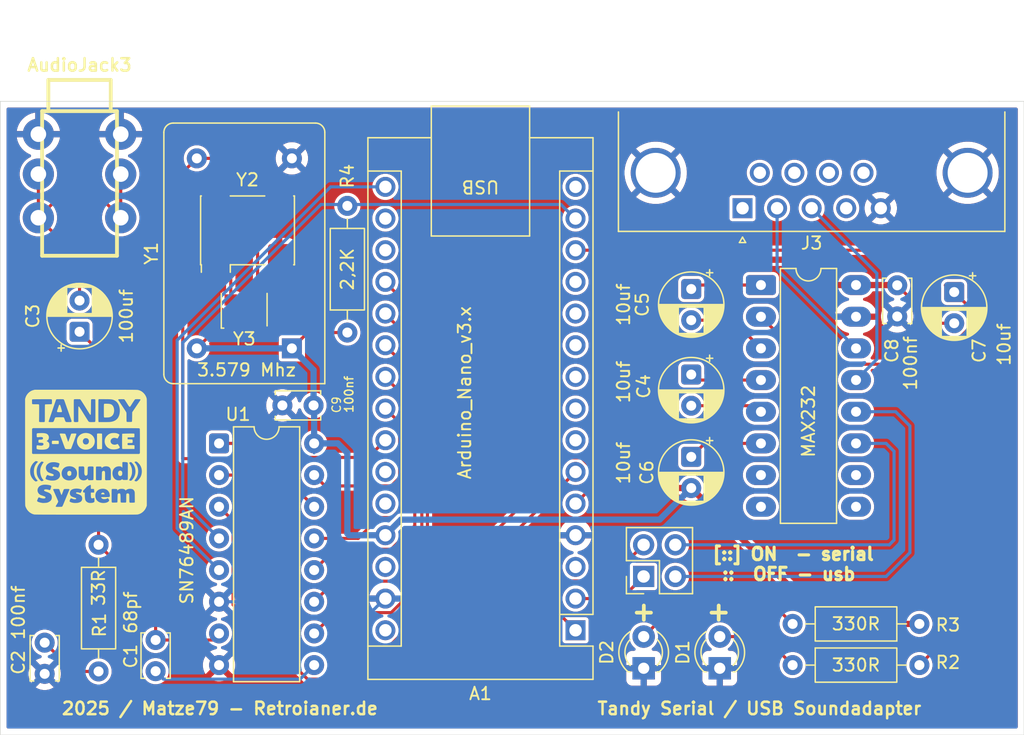
<source format=kicad_pcb>
(kicad_pcb (version 20241229) (generator "pcbnew") (generator_version "9.0")
  (layers (0 "F.Cu" signal) (2 "B.Cu" signal) (13 "F.Paste" user) (15 "B.Paste" user) (5 "F.SilkS" user "F.Silkscreen") (7 "B.SilkS" user "B.Silkscreen") (1 "F.Mask" user) (3 "B.Mask" user) (25 "Edge.Cuts" user))
  (net 0 "")
  (net 1 "/D1")
  (net 4 "/RDY")
  (net 6 "GND")
  (net 9 "/D0")
  (net 11 "VCC")
  (net 14 "/D7")
  (net 16 "/D4")
  (net 18 "/D2")
  (net 20 "/D3")
  (net 21 "/D5")
  (net 23 "/D6")
  (net 24 "/WE")
  (net 25 "Net-(U1-SND)")
  (net 26 "Net-(U1-NC)")
  (net 27 "Net-(C2-Pad2)")
  (net 28 "Net-(C3-Pad2)")
  (net 29 "Net-(D1-A)")
  (net 30 "/CLK")
  (net 31 "/RX")
  (net 32 "/TX")
  (net 33 "Net-(D2-A)")
  (net 34 "/LED")
  (net 35 "Net-(U2-C2-)")
  (net 36 "Net-(U2-C2+)")
  (net 37 "Net-(U2-C1-)")
  (net 38 "Net-(U2-C1+)")
  (net 39 "Net-(U2-VS-)")
  (net 40 "Net-(U2-VS+)")
  (net 46 "Net-(U2-T1OUT)")
  (net 48 "Net-(U2-R1IN)")
  (net 53 "Net-(RS232/USB1-Pin_3)")
  (net 54 "Net-(RS232/USB1-Pin_4)")
  (footprint "Connector_Dsub:DSUB-9_Socket_Horizontal_P2.77x2.84mm_EdgePinOffset4.94mm_Housed_MountingHolesOffset4.94mm" (layer "F.Cu") (at 94.536 72.070331 180)
    (property "Reference" "J3" (at -5.54 -2.8 0) (layer "F.SilkS"))
    (property "Value" "DE9_Socket_MountingHoles")
    (pad "0" thru_hole circle (at -18.04 2.84 180) (size 4 4) (drill 3.2) (layers "*.Cu" "*.Mask") (net 6 "GND"))
    (pad "0" thru_hole circle (at 6.96 2.84 180) (size 4 4) (drill 3.2) (layers "*.Cu" "*.Mask") (net 6 "GND"))
    (pad "1" thru_hole rect (at 0 0 180) (size 1.6 1.6) (drill 1) (layers "*.Cu" "*.Mask"))
    (pad "2" thru_hole circle (at -2.77 0 180) (size 1.6 1.6) (drill 1) (layers "*.Cu" "*.Mask") (net 46 "Net-(U2-T1OUT)"))
    (pad "3" thru_hole circle (at -5.54 0 180) (size 1.6 1.6) (drill 1) (layers "*.Cu" "*.Mask") (net 48 "Net-(U2-R1IN)"))
    (pad "4" thru_hole circle (at -8.31 0 180) (size 1.6 1.6) (drill 1) (layers "*.Cu" "*.Mask"))
    (pad "5" thru_hole circle (at -11.08 0 180) (size 1.6 1.6) (drill 1) (layers "*.Cu" "*.Mask") (net 6 "GND"))
    (pad "6" thru_hole circle (at -1.385 2.84 180) (size 1.6 1.6) (drill 1) (layers "*.Cu" "*.Mask"))
    (pad "7" thru_hole circle (at -4.155 2.84 180) (size 1.6 1.6) (drill 1) (layers "*.Cu" "*.Mask"))
    (pad "8" thru_hole circle (at -6.925 2.84 180) (size 1.6 1.6) (drill 1) (layers "*.Cu" "*.Mask"))
    (pad "9" thru_hole circle (at -9.695 2.84 180) (size 1.6 1.6) (drill 1) (layers "*.Cu" "*.Mask"))
  )
  (footprint "LOGO" (layer "F.Cu") (at 41.91 91.694)
    (property "Reference" "G***" (hide yes))
    (property "Value" "LOGO" (hide yes))
  )
  (footprint "LED_THT:LED_D3.0mm" (layer "F.Cu") (at 92.71 108.966 90)
    (property "Reference" "D1" (at 1.27 -2.96 90) (layer "F.SilkS"))
    (property "Value" "LED" (hide yes))
    (pad "1" thru_hole rect (at 0 0 90) (size 1.8 1.8) (drill 0.9) (layers "*.Cu" "*.Mask") (net 6 "GND"))
    (pad "2" thru_hole circle (at 2.54 0 90) (size 1.8 1.8) (drill 0.9) (layers "*.Cu" "*.Mask") (net 29 "Net-(D1-A)"))
  )
  (footprint "LED_THT:LED_D3.0mm" (layer "F.Cu") (at 86.614 108.966 90)
    (property "Reference" "D2" (at 1.27 -2.96 90) (layer "F.SilkS"))
    (property "Value" "LED" (hide yes))
    (pad "1" thru_hole rect (at 0 0 90) (size 1.8 1.8) (drill 0.9) (layers "*.Cu" "*.Mask") (net 6 "GND"))
    (pad "2" thru_hole circle (at 2.54 0 90) (size 1.8 1.8) (drill 0.9) (layers "*.Cu" "*.Mask") (net 33 "Net-(D2-A)"))
  )
  (footprint "Oscillator:Oscillator_SMD_SeikoEpson_SG8002CA-4Pin_7.0x5.0mm" (layer "F.Cu") (at 54.864 73.846)
    (property "Reference" "Y2" (at 0 -4.05 0) (layer "F.SilkS"))
    (property "Value" "SG-7050CCN" (hide yes))
    (pad "1" smd roundrect (at -2.54 2.1) (size 1.8 2) (layers "F.Cu" "F.Mask" "F.Paste") (roundrect_rratio 0.138889) (net 11 "VCC"))
    (pad "2" smd roundrect (at 2.54 2.1) (size 1.8 2) (layers "F.Cu" "F.Mask" "F.Paste") (roundrect_rratio 0.138889) (net 6 "GND"))
    (pad "3" smd roundrect (at 2.54 -2.1) (size 1.8 2) (layers "F.Cu" "F.Mask" "F.Paste") (roundrect_rratio 0.138889) (net 30 "/CLK"))
    (pad "4" smd roundrect (at -2.54 -2.1) (size 1.8 2) (layers "F.Cu" "F.Mask" "F.Paste") (roundrect_rratio 0.138889) (net 11 "VCC"))
  )
  (footprint "Capacitor_THT:C_Disc_D3.4mm_W2.1mm_P2.50mm" (layer "F.Cu") (at 57.658 87.884)
    (property "Reference" "C9" (hide yes))
    (property "Value" "100nf" (at 5.342 -0.884 90) (layer "F.SilkS") (effects (font (size 0.68 0.68) (thickness 0.12) (bold yes))))
    (fp_text user "${REFERENCE}" (at 4.342 -0.047476 90) (layer "F.SilkS") (effects (font (size 0.68 0.68) (thickness 0.102))))
    (pad "1" thru_hole circle (at 0 0) (size 1.6 1.6) (drill 0.8) (layers "*.Cu" "*.Mask") (net 6 "GND"))
    (pad "2" thru_hole circle (at 2.5 0) (size 1.6 1.6) (drill 0.8) (layers "*.Cu" "*.Mask") (net 11 "VCC"))
  )
  (footprint "Capacitor_THT:CP_Radial_D5.0mm_P2.50mm" (layer "F.Cu") (at 90.424 92.012888 -90)
    (property "Reference" "C6" (at 1.25 3.556 90) (layer "F.SilkS"))
    (property "Value" "10uf" (at 0.487112 5.424 90) (layer "F.SilkS"))
    (pad "1" thru_hole roundrect (at 0 0 270) (size 1.6 1.6) (drill 0.8) (layers "*.Cu" "*.Mask") (roundrect_rratio 0.15625) (net 39 "Net-(U2-VS-)"))
    (pad "2" thru_hole circle (at 2.5 0 270) (size 1.6 1.6) (drill 0.8) (layers "*.Cu" "*.Mask") (net 11 "VCC"))
  )
  (footprint "Capacitor_THT:C_Disc_D3.4mm_W2.1mm_P2.50mm" (layer "F.Cu") (at 106.934 80.752 90)
    (property "Reference" "C8" (at -2.748 -0.434 90) (layer "F.SilkS"))
    (property "Value" "100nf" (at -3.748 1.066 90) (layer "F.SilkS"))
    (pad "1" thru_hole circle (at 0 0 90) (size 1.6 1.6) (drill 0.8) (layers "*.Cu" "*.Mask") (net 6 "GND"))
    (pad "2" thru_hole circle (at 2.5 0 90) (size 1.6 1.6) (drill 0.8) (layers "*.Cu" "*.Mask") (net 11 "VCC"))
  )
  (footprint "Resistor_THT:R_Axial_DIN0207_L6.3mm_D2.5mm_P10.16mm_Horizontal" (layer "F.Cu") (at 62.865 82.042 90)
    (property "Reference" "R4" (hide yes))
    (property "Value" "2,2K" (at 5.08 0 90) (layer "F.SilkS"))
    (fp_text user "${REFERENCE}" (at 12.542 0 90) (layer "F.SilkS"))
    (pad "1" thru_hole circle (at 0 0 90) (size 1.6 1.6) (drill 0.8) (layers "*.Cu" "*.Mask") (net 11 "VCC"))
    (pad "2" thru_hole circle (at 10.16 0 90) (size 1.6 1.6) (drill 0.8) (layers "*.Cu" "*.Mask") (net 4 "/RDY"))
  )
  (footprint "Capacitor_THT:CP_Radial_D5.0mm_P2.50mm" (layer "F.Cu") (at 111.5 78.794887 -90)
    (property "Reference" "C7" (at 4.705113 -2 270) (layer "F.SilkS"))
    (property "Value" "10uf" (at 4.205113 -4 270) (layer "F.SilkS"))
    (pad "1" thru_hole roundrect (at 0 0 270) (size 1.6 1.6) (drill 0.8) (layers "*.Cu" "*.Mask") (roundrect_rratio 0.15625) (net 40 "Net-(U2-VS+)"))
    (pad "2" thru_hole circle (at 2.5 0 270) (size 1.6 1.6) (drill 0.8) (layers "*.Cu" "*.Mask") (net 11 "VCC"))
  )
  (footprint "Capacitor_THT:C_Disc_D3.4mm_W2.1mm_P2.50mm" (layer "F.Cu") (at 38.608 109.414 90)
    (property "Reference" "C2" (at 0.914 -2.108 90) (layer "F.SilkS"))
    (property "Value" "100nf" (at 4.914 -2.108 90) (layer "F.SilkS"))
    (pad "1" thru_hole circle (at 0 0 90) (size 1.6 1.6) (drill 0.8) (layers "*.Cu" "*.Mask") (net 6 "GND"))
    (pad "2" thru_hole circle (at 2.5 0 90) (size 1.6 1.6) (drill 0.8) (layers "*.Cu" "*.Mask") (net 27 "Net-(C2-Pad2)"))
  )
  (footprint "Package_DIP:DIP-16_W7.62mm" (layer "F.Cu") (at 52.583 90.932)
    (property "Reference" "U1" (at 1.519 -2.33 0) (layer "F.SilkS"))
    (property "Value" "SN76489AN" (at -2.583 8.568 90) (layer "F.SilkS"))
    (pad "1" thru_hole roundrect (at 0 0) (size 1.6 1.6) (drill 0.8) (layers "*.Cu" "*.Mask") (roundrect_rratio 0.15625) (net 21 "/D5"))
    (pad "2" thru_hole circle (at 0 2.54) (size 1.6 1.6) (drill 0.8) (layers "*.Cu" "*.Mask") (net 23 "/D6"))
    (pad "3" thru_hole circle (at 0 5.08) (size 1.6 1.6) (drill 0.8) (layers "*.Cu" "*.Mask") (net 14 "/D7"))
    (pad "4" thru_hole circle (at 0 7.62) (size 1.6 1.6) (drill 0.8) (layers "*.Cu" "*.Mask") (net 4 "/RDY"))
    (pad "5" thru_hole circle (at 0 10.16) (size 1.6 1.6) (drill 0.8) (layers "*.Cu" "*.Mask") (net 24 "/WE"))
    (pad "6" thru_hole circle (at 0 12.7) (size 1.6 1.6) (drill 0.8) (layers "*.Cu" "*.Mask") (net 6 "GND"))
    (pad "7" thru_hole circle (at 0 15.24) (size 1.6 1.6) (drill 0.8) (layers "*.Cu" "*.Mask") (net 25 "Net-(U1-SND)"))
    (pad "8" thru_hole circle (at 0 17.78) (size 1.6 1.6) (drill 0.8) (layers "*.Cu" "*.Mask") (net 6 "GND"))
    (pad "9" thru_hole circle (at 7.62 17.78) (size 1.6 1.6) (drill 0.8) (layers "*.Cu" "*.Mask") (net 26 "Net-(U1-NC)"))
    (pad "10" thru_hole circle (at 7.62 15.24) (size 1.6 1.6) (drill 0.8) (layers "*.Cu" "*.Mask") (net 9 "/D0"))
    (pad "11" thru_hole circle (at 7.62 12.7) (size 1.6 1.6) (drill 0.8) (layers "*.Cu" "*.Mask") (net 1 "/D1"))
    (pad "12" thru_hole circle (at 7.62 10.16) (size 1.6 1.6) (drill 0.8) (layers "*.Cu" "*.Mask") (net 18 "/D2"))
    (pad "13" thru_hole circle (at 7.62 7.62) (size 1.6 1.6) (drill 0.8) (layers "*.Cu" "*.Mask") (net 20 "/D3"))
    (pad "14" thru_hole circle (at 7.62 5.08) (size 1.6 1.6) (drill 0.8) (layers "*.Cu" "*.Mask") (net 30 "/CLK"))
    (pad "15" thru_hole circle (at 7.62 2.54) (size 1.6 1.6) (drill 0.8) (layers "*.Cu" "*.Mask") (net 16 "/D4"))
    (pad "16" thru_hole circle (at 7.62 0) (size 1.6 1.6) (drill 0.8) (layers "*.Cu" "*.Mask") (net 11 "VCC"))
  )
  (footprint "Connector_PinHeader_2.54mm:PinHeader_2x02_P2.54mm_Vertical" (layer "F.Cu") (at 86.609 101.605 90)
    (property "Reference" "RS232/USB1" (hide yes))
    (property "Value" "Conn_02x02_Counter_Clockwise" (hide yes))
    (pad "1" thru_hole rect (at 0 0 90) (size 1.7 1.7) (drill 1) (layers "*.Cu" "*.Mask") (net 31 "/RX"))
    (pad "2" thru_hole circle (at 2.54 0 90) (size 1.7 1.7) (drill 1) (layers "*.Cu" "*.Mask") (net 32 "/TX"))
    (pad "3" thru_hole circle (at 0 2.54 90) (size 1.7 1.7) (drill 1) (layers "*.Cu" "*.Mask") (net 53 "Net-(RS232/USB1-Pin_3)"))
    (pad "4" thru_hole circle (at 2.54 2.54 90) (size 1.7 1.7) (drill 1) (layers "*.Cu" "*.Mask") (net 54 "Net-(RS232/USB1-Pin_4)"))
  )
  (footprint "Oscillator:Oscillator_SMD_EuroQuartz_XO32-4Pin_3.2x2.5mm" (layer "F.Cu") (at 54.597 80.205 90)
    (property "Reference" "Y3" (at -2.345 0.013 180) (layer "F.SilkS"))
    (property "Value" "XO32" (hide yes))
    (pad "1" smd rect (at -0.775 -1.075) (size 1 0.9) (layers "F.Cu" "F.Mask" "F.Paste") (net 11 "VCC"))
    (pad "2" smd rect (at -0.775 1.075) (size 1 0.9) (layers "F.Cu" "F.Mask" "F.Paste") (net 6 "GND"))
    (pad "3" smd rect (at 0.775 1.075) (size 1 0.9) (layers "F.Cu" "F.Mask" "F.Paste") (net 30 "/CLK"))
    (pad "4" smd rect (at 0.775 -1.075) (size 1 0.9) (layers "F.Cu" "F.Mask" "F.Paste") (net 11 "VCC"))
  )
  (footprint "Capacitor_THT:CP_Radial_D5.0mm_P2.50mm" (layer "F.Cu") (at 90.424 78.550888 -90)
    (property "Reference" "C5" (at 1.25 3.924 90) (layer "F.SilkS"))
    (property "Value" "10uf" (at 1.25 5.424 90) (layer "F.SilkS"))
    (pad "1" thru_hole roundrect (at 0 0 270) (size 1.6 1.6) (drill 0.8) (layers "*.Cu" "*.Mask") (roundrect_rratio 0.15625) (net 38 "Net-(U2-C1+)"))
    (pad "2" thru_hole circle (at 2.5 0 270) (size 1.6 1.6) (drill 0.8) (layers "*.Cu" "*.Mask") (net 37 "Net-(U2-C1-)"))
  )
  (footprint "Module:Arduino_Nano" (layer "F.Cu") (at 81.153 105.918 180)
    (property "Reference" "A1" (at 7.62 -5.08 0) (layer "F.SilkS"))
    (property "Value" "Arduino_Nano_v3.x" (at 8.89 19.05 90) (layer "F.SilkS"))
    (fp_text user "USB" (at 7.62 35.56 180) (layer "F.SilkS"))
    (pad "1" thru_hole rect (at 0 0 180) (size 1.6 1.6) (drill 1) (layers "*.Cu" "*.Mask") (net 32 "/TX"))
    (pad "2" thru_hole oval (at 0 2.54 180) (size 1.6 1.6) (drill 1) (layers "*.Cu" "*.Mask") (net 31 "/RX"))
    (pad "3" thru_hole oval (at 0 5.08 180) (size 1.6 1.6) (drill 1) (layers "*.Cu" "*.Mask"))
    (pad "4" thru_hole oval (at 0 7.62 180) (size 1.6 1.6) (drill 1) (layers "*.Cu" "*.Mask") (net 6 "GND"))
    (pad "5" thru_hole oval (at 0 10.16 180) (size 1.6 1.6) (drill 1) (layers "*.Cu" "*.Mask") (net 23 "/D6"))
    (pad "6" thru_hole oval (at 0 12.7 180) (size 1.6 1.6) (drill 1) (layers "*.Cu" "*.Mask") (net 14 "/D7"))
    (pad "7" thru_hole oval (at 0 15.24 180) (size 1.6 1.6) (drill 1) (layers "*.Cu" "*.Mask"))
    (pad "8" thru_hole oval (at 0 17.78 180) (size 1.6 1.6) (drill 1) (layers "*.Cu" "*.Mask"))
    (pad "9" thru_hole oval (at 0 20.32 180) (size 1.6 1.6) (drill 1) (layers "*.Cu" "*.Mask"))
    (pad "10" thru_hole oval (at 0 22.86 180) (size 1.6 1.6) (drill 1) (layers "*.Cu" "*.Mask"))
    (pad "11" thru_hole oval (at 0 25.4 180) (size 1.6 1.6) (drill 1) (layers "*.Cu" "*.Mask"))
    (pad "12" thru_hole oval (at 0 27.94 180) (size 1.6 1.6) (drill 1) (layers "*.Cu" "*.Mask"))
    (pad "13" thru_hole oval (at 0 30.48 180) (size 1.6 1.6) (drill 1) (layers "*.Cu" "*.Mask") (net 34 "/LED"))
    (pad "14" thru_hole oval (at 0 33.02 180) (size 1.6 1.6) (drill 1) (layers "*.Cu" "*.Mask") (net 4 "/RDY"))
    (pad "15" thru_hole oval (at 0 35.56 180) (size 1.6 1.6) (drill 1) (layers "*.Cu" "*.Mask"))
    (pad "16" thru_hole oval (at 15.24 35.56 180) (size 1.6 1.6) (drill 1) (layers "*.Cu" "*.Mask") (net 24 "/WE"))
    (pad "17" thru_hole oval (at 15.24 33.02 180) (size 1.6 1.6) (drill 1) (layers "*.Cu" "*.Mask"))
    (pad "18" thru_hole oval (at 15.24 30.48 180) (size 1.6 1.6) (drill 1) (layers "*.Cu" "*.Mask"))
    (pad "19" thru_hole oval (at 15.24 27.94 180) (size 1.6 1.6) (drill 1) (layers "*.Cu" "*.Mask") (net 9 "/D0"))
    (pad "20" thru_hole oval (at 15.24 25.4 180) (size 1.6 1.6) (drill 1) (layers "*.Cu" "*.Mask") (net 1 "/D1"))
    (pad "21" thru_hole oval (at 15.24 22.86 180) (size 1.6 1.6) (drill 1) (layers "*.Cu" "*.Mask") (net 18 "/D2"))
    (pad "22" thru_hole oval (at 15.24 20.32 180) (size 1.6 1.6) (drill 1) (layers "*.Cu" "*.Mask") (net 20 "/D3"))
    (pad "23" thru_hole oval (at 15.24 17.78 180) (size 1.6 1.6) (drill 1) (layers "*.Cu" "*.Mask") (net 16 "/D4"))
    (pad "24" thru_hole oval (at 15.24 15.24 180) (size 1.6 1.6) (drill 1) (layers "*.Cu" "*.Mask") (net 21 "/D5"))
    (pad "25" thru_hole oval (at 15.24 12.7 180) (size 1.6 1.6) (drill 1) (layers "*.Cu" "*.Mask"))
    (pad "26" thru_hole oval (at 15.24 10.16 180) (size 1.6 1.6) (drill 1) (layers "*.Cu" "*.Mask"))
    (pad "27" thru_hole oval (at 15.24 7.62 180) (size 1.6 1.6) (drill 1) (layers "*.Cu" "*.Mask") (net 11 "VCC"))
    (pad "28" thru_hole oval (at 15.24 5.08 180) (size 1.6 1.6) (drill 1) (layers "*.Cu" "*.Mask"))
    (pad "29" thru_hole oval (at 15.24 2.54 180) (size 1.6 1.6) (drill 1) (layers "*.Cu" "*.Mask") (net 6 "GND"))
    (pad "30" thru_hole oval (at 15.24 0 180) (size 1.6 1.6) (drill 1) (layers "*.Cu" "*.Mask"))
  )
  (footprint "Oscillator:Oscillator_DIP-14" (layer "F.Cu") (at 58.42 83.312 90)
    (property "Reference" "Y1" (at 7.62 -11.26 90) (layer "F.SilkS"))
    (property "Value" "3.579 Mhz" (at -1.73 -3.635 180) (layer "F.SilkS"))
    (pad "1" thru_hole rect (at 0 0 90) (size 1.6 1.6) (drill 0.8) (layers "*.Cu" "*.Mask") (net 11 "VCC"))
    (pad "7" thru_hole circle (at 15.24 0 90) (size 1.6 1.6) (drill 0.8) (layers "*.Cu" "*.Mask") (net 6 "GND"))
    (pad "8" thru_hole circle (at 15.24 -7.62 90) (size 1.6 1.6) (drill 0.8) (layers "*.Cu" "*.Mask") (net 30 "/CLK"))
    (pad "14" thru_hole circle (at 0 -7.62 90) (size 1.6 1.6) (drill 0.8) (layers "*.Cu" "*.Mask") (net 11 "VCC"))
  )
  (footprint "Resistor_THT:R_Axial_DIN0207_L6.3mm_D2.5mm_P10.16mm_Horizontal" (layer "F.Cu") (at 108.712 105.41 180)
    (property "Reference" "R3" (hide yes))
    (property "Value" "330R" (at 5.08 0 0) (layer "F.SilkS"))
    (fp_text user "${REFERENCE}" (at -2.288 -0.09 0) (layer "F.SilkS"))
    (pad "1" thru_hole circle (at 0 0 180) (size 1.6 1.6) (drill 0.8) (layers "*.Cu" "*.Mask") (net 11 "VCC"))
    (pad "2" thru_hole circle (at 10.16 0 180) (size 1.6 1.6) (drill 0.8) (layers "*.Cu" "*.Mask") (net 33 "Net-(D2-A)"))
  )
  (footprint "Capacitor_THT:CP_Radial_D5.0mm_P2.50mm" (layer "F.Cu") (at 90.424 85.408888 -90)
    (property "Reference" "C4" (at 0.951112 3.81 90) (layer "F.SilkS"))
    (property "Value" "10uf" (at 0.591112 5.424 90) (layer "F.SilkS"))
    (pad "1" thru_hole roundrect (at 0 0 270) (size 1.6 1.6) (drill 0.8) (layers "*.Cu" "*.Mask") (roundrect_rratio 0.15625) (net 36 "Net-(U2-C2+)"))
    (pad "2" thru_hole circle (at 2.5 0 270) (size 1.6 1.6) (drill 0.8) (layers "*.Cu" "*.Mask") (net 35 "Net-(U2-C2-)"))
  )
  (footprint "Package_DIP:DIP-16_W7.62mm_LongPads" (layer "F.Cu") (at 96.012 78.232)
    (property "Reference" "U2" (hide yes))
    (property "Value" "MAX232" (at 3.81 10.922 90) (layer "F.SilkS"))
    (pad "1" thru_hole roundrect (at 0 0) (size 2.4 1.6) (drill 0.8) (layers "*.Cu" "*.Mask") (roundrect_rratio 0.15625) (net 38 "Net-(U2-C1+)"))
    (pad "2" thru_hole oval (at 0 2.54) (size 2.4 1.6) (drill 0.8) (layers "*.Cu" "*.Mask") (net 40 "Net-(U2-VS+)"))
    (pad "3" thru_hole oval (at 0 5.08) (size 2.4 1.6) (drill 0.8) (layers "*.Cu" "*.Mask") (net 37 "Net-(U2-C1-)"))
    (pad "4" thru_hole oval (at 0 7.62) (size 2.4 1.6) (drill 0.8) (layers "*.Cu" "*.Mask") (net 36 "Net-(U2-C2+)"))
    (pad "5" thru_hole oval (at 0 10.16) (size 2.4 1.6) (drill 0.8) (layers "*.Cu" "*.Mask") (net 35 "Net-(U2-C2-)"))
    (pad "6" thru_hole oval (at 0 12.7) (size 2.4 1.6) (drill 0.8) (layers "*.Cu" "*.Mask") (net 39 "Net-(U2-VS-)"))
    (pad "7" thru_hole oval (at 0 15.24) (size 2.4 1.6) (drill 0.8) (layers "*.Cu" "*.Mask"))
    (pad "8" thru_hole oval (at 0 17.78) (size 2.4 1.6) (drill 0.8) (layers "*.Cu" "*.Mask"))
    (pad "9" thru_hole oval (at 7.62 17.78) (size 2.4 1.6) (drill 0.8) (layers "*.Cu" "*.Mask"))
    (pad "10" thru_hole oval (at 7.62 15.24) (size 2.4 1.6) (drill 0.8) (layers "*.Cu" "*.Mask"))
    (pad "11" thru_hole oval (at 7.62 12.7) (size 2.4 1.6) (drill 0.8) (layers "*.Cu" "*.Mask") (net 54 "Net-(RS232/USB1-Pin_4)"))
    (pad "12" thru_hole oval (at 7.62 10.16) (size 2.4 1.6) (drill 0.8) (layers "*.Cu" "*.Mask") (net 53 "Net-(RS232/USB1-Pin_3)"))
    (pad "13" thru_hole oval (at 7.62 7.62) (size 2.4 1.6) (drill 0.8) (layers "*.Cu" "*.Mask") (net 48 "Net-(U2-R1IN)"))
    (pad "14" thru_hole oval (at 7.62 5.08) (size 2.4 1.6) (drill 0.8) (layers "*.Cu" "*.Mask") (net 46 "Net-(U2-T1OUT)"))
    (pad "15" thru_hole oval (at 7.62 2.54) (size 2.4 1.6) (drill 0.8) (layers "*.Cu" "*.Mask") (net 6 "GND"))
    (pad "16" thru_hole oval (at 7.62 0) (size 2.4 1.6) (drill 0.8) (layers "*.Cu" "*.Mask") (net 11 "VCC"))
  )
  (footprint "Resistor_THT:R_Axial_DIN0207_L6.3mm_D2.5mm_P10.16mm_Horizontal" (layer "F.Cu") (at 42.926 99.06 -90)
    (property "Reference" "R1" (at 6.44 -0.074 90) (layer "F.SilkS"))
    (property "Value" "33R" (at 3.44 0 90) (layer "F.SilkS"))
    (pad "1" thru_hole circle (at 0 0 270) (size 1.6 1.6) (drill 0.8) (layers "*.Cu" "*.Mask") (net 25 "Net-(U1-SND)"))
    (pad "2" thru_hole circle (at 10.16 0 270) (size 1.6 1.6) (drill 0.8) (layers "*.Cu" "*.Mask") (net 27 "Net-(C2-Pad2)"))
  )
  (footprint "Capacitor_THT:CP_Radial_D5.0mm_P2.50mm" (layer "F.Cu") (at 41.402 81.977113 90)
    (property "Reference" "C3" (at 1.25 -3.75 90) (layer "F.SilkS"))
    (property "Value" "100uf" (at 1.25 3.75 90) (layer "F.SilkS"))
    (pad "1" thru_hole roundrect (at 0 0 90) (size 1.6 1.6) (drill 0.8) (layers "*.Cu" "*.Mask") (roundrect_rratio 0.15625) (net 25 "Net-(U1-SND)"))
    (pad "2" thru_hole circle (at 2.5 0 90) (size 1.6 1.6) (drill 0.8) (layers "*.Cu" "*.Mask") (net 28 "Net-(C3-Pad2)"))
  )
  (footprint "Capacitor_THT:C_Disc_D3.4mm_W2.1mm_P2.50mm" (layer "F.Cu") (at 47.498 106.7 -90)
    (property "Reference" "C1" (at 1.3 1.998 90) (layer "F.SilkS"))
    (property "Value" "68pf" (at -2.2 1.998 90) (layer "F.SilkS"))
    (pad "1" thru_hole circle (at 0 0 270) (size 1.6 1.6) (drill 0.8) (layers "*.Cu" "*.Mask") (net 25 "Net-(U1-SND)"))
    (pad "2" thru_hole circle (at 2.5 0 270) (size 1.6 1.6) (drill 0.8) (layers "*.Cu" "*.Mask") (net 26 "Net-(U1-NC)"))
  )
  (footprint "jack_audio:jack_3.5_pj313d-smt" (layer "F.Cu") (at 41.402 70.084 180)
    (property "Reference" "J1" (hide yes))
    (property "Value" "AudioJack3" (at 0 9.5 0) (layer "F.SilkS") (effects (font (size 0.99822 0.99822) (thickness 0.19812))))
    (pad "1" thru_hole circle (at -3.3 3.95 180) (size 2.5 2.5) (drill 1.25) (layers "*.Cu" "*.Mask") (net 6 "GND"))
    (pad "1" thru_hole circle (at 3.3 3.95 180) (size 2.5 2.5) (drill 1.25) (layers "*.Cu" "*.Mask") (net 6 "GND"))
    (pad "2" thru_hole circle (at -3.3 0.75 180) (size 2.5 2.5) (drill 1.25) (layers "*.Cu" "*.Mask") (net 28 "Net-(C3-Pad2)"))
    (pad "2" thru_hole circle (at 3.3 0.75 180) (size 2.5 2.5) (drill 1.25) (layers "*.Cu" "*.Mask") (net 28 "Net-(C3-Pad2)"))
    (pad "3" thru_hole circle (at -3.3 -2.75 180) (size 2.5 2.5) (drill 1.25) (layers "*.Cu" "*.Mask") (net 28 "Net-(C3-Pad2)"))
    (pad "3" thru_hole circle (at 3.3 -2.75 180) (size 2.5 2.5) (drill 1.25) (layers "*.Cu" "*.Mask") (net 28 "Net-(C3-Pad2)"))
  )
  (footprint "Resistor_THT:R_Axial_DIN0207_L6.3mm_D2.5mm_P10.16mm_Horizontal" (layer "F.Cu") (at 98.552 108.712)
    (property "Reference" "R2" (hide yes))
    (property "Value" "330R" (at 5.08 0 0) (layer "F.SilkS"))
    (fp_text user "${REFERENCE}" (at 12.448 -0.212 0) (layer "F.SilkS"))
    (pad "1" thru_hole circle (at 0 0) (size 1.6 1.6) (drill 0.8) (layers "*.Cu" "*.Mask") (net 29 "Net-(D1-A)"))
    (pad "2" thru_hole circle (at 10.16 0) (size 1.6 1.6) (drill 0.8) (layers "*.Cu" "*.Mask") (net 34 "/LED"))
  )
  (gr_line (start 117.094 114.3) (end 35.052 114.3) (stroke (width 0.05)) (layer "Edge.Cuts"))
  (gr_line (start 117.094 63.5) (end 117.094 114.3) (stroke (width 0.05)) (layer "Edge.Cuts"))
  (gr_line (start 35.052 114.3) (end 35.052 68.834) (stroke (width 0.05)) (layer "Edge.Cuts"))
  (gr_line (start 35.052 63.5) (end 114.3 63.5) (stroke (width 0.05)) (layer "Edge.Cuts"))
  (gr_line (start 114.3 63.5) (end 117.094 63.5) (stroke (width 0.05)) (layer "Edge.Cuts"))
  (gr_line (start 35.052 68.834) (end 35.052 63.5) (stroke (width 0.05)) (layer "Edge.Cuts"))
  (gr_text "2025 / Matze79 - Retroianer.de" (at 39.878 112.776 0) (layer "F.SilkS") (effects (font (size 1 1) (thickness 0.2) (bold yes)) (justify left bottom)))
  (gr_text "+" (at 91.5 105.276 0) (layer "F.SilkS") (effects (font (size 1.5 1.5) (thickness 0.3) (bold yes)) (justify left bottom)))
  (gr_text "[::] ON  - serial\n ::  OFF - usb" (at 92 102 0) (layer "F.SilkS") (effects (font (size 1 1) (thickness 0.25) (bold yes)) (justify left bottom)))
  (gr_text "+" (at 85.5 105.276 0) (layer "F.SilkS") (effects (font (size 1.5 1.5) (thickness 0.3) (bold yes)) (justify left bottom)))
  (gr_text "Tandy Serial / USB Soundadapter" (at 82.804 112.776 0) (layer "F.SilkS") (effects (font (size 1 1) (thickness 0.2) (bold yes)) (justify left bottom)))
  (segment (start 61.871 101.964) (end 61.854 101.981) (width 0.25) (layer "F.Cu") (net 1))
  (segment (start 61.854 101.981) (end 60.203 103.632) (width 0.25) (layer "F.Cu") (net 1))
  (segment (start 68.834 83.482) (end 68.834 99.797405) (width 0.25) (layer "F.Cu") (net 1))
  (segment (start 65.87 80.518) (end 68.834 83.482) (width 0.25) (layer "F.Cu") (net 1))
  (segment (start 68.834 99.797405) (end 66.650405 101.981) (width 0.25) (layer "F.Cu") (net 1))
  (segment (start 66.650405 101.981) (end 61.854 101.981) (width 0.25) (layer "F.Cu") (net 1))
  (segment (start 52.583 98.552) (end 49.674 95.643) (width 0.25) (layer "B.Cu") (net 4))
  (segment (start 79.984 71.772) (end 81.11 72.898) (width 0.25) (layer "B.Cu") (net 4))
  (segment (start 49.674 82.845595) (end 60.747595 71.772) (width 0.25) (layer "B.Cu") (net 4))
  (segment (start 60.747595 71.772) (end 79.984 71.772) (width 0.25) (layer "B.Cu") (net 4))
  (segment (start 49.674 95.643) (end 49.674 82.845595) (width 0.25) (layer "B.Cu") (net 4))
  (segment (start 86.614 108.966) (end 92.71 108.966) (width 0.25) (layer "F.Cu") (net 6))
  (segment (start 57.404 75.946) (end 57.404 79.248) (width 0.25) (layer "F.Cu") (net 6))
  (segment (start 57.404 79.248) (end 55.672 80.98) (width 0.25) (layer "F.Cu") (net 6))
  (segment (start 106.406 80.772) (end 106.426 80.752) (width 0.25) (layer "F.Cu") (net 6))
  (segment (start 55.343 103.632) (end 56.503 104.792) (width 0.25) (layer "B.Cu") (net 6))
  (segment (start 56.503 104.792) (end 64.456 104.792) (width 0.25) (layer "B.Cu") (net 6))
  (segment (start 52.583 103.632) (end 55.343 103.632) (width 0.25) (layer "B.Cu") (net 6))
  (segment (start 52.583 108.712) (end 56.503 104.792) (width 0.25) (layer "B.Cu") (net 6))
  (segment (start 64.456 104.792) (end 65.87 103.378) (width 0.25) (layer "B.Cu") (net 6))
  (segment (start 66.379405 104.504) (end 61.871 104.504) (width 0.25) (layer "F.Cu") (net 9))
  (segment (start 65.87 77.978) (end 69.285 81.393) (width 0.25) (layer "F.Cu") (net 9))
  (segment (start 69.285 81.393) (end 69.285 101.598405) (width 0.25) (layer "F.Cu") (net 9))
  (segment (start 69.285 101.598405) (end 66.379405 104.504) (width 0.25) (layer "F.Cu") (net 9))
  (segment (start 61.871 104.504) (end 60.203 106.172) (width 0.25) (layer "F.Cu") (net 9))
  (segment (start 52.324 71.746) (end 52.324 75.946) (width 0.25) (layer "F.Cu") (net 11))
  (segment (start 53.522 80.98) (end 53.522 79.43) (width 0.25) (layer "F.Cu") (net 11))
  (segment (start 101.321112 105.41) (end 90.424 94.512888) (width 0.5) (layer "F.Cu") (net 11))
  (segment (start 53.522 79.43) (end 53.522 77.144) (width 0.25) (layer "F.Cu") (net 11))
  (segment (start 87.654888 94.512888) (end 90.424 94.512888) (width 0.5) (layer "F.Cu") (net 11))
  (segment (start 103.632 78.232) (end 102.108 78.232) (width 0.5) (layer "F.Cu") (net 11))
  (segment (start 86.614 76.708) (end 86.614 93.726) (width 0.5) (layer "F.Cu") (net 11))
  (segment (start 86.868 93.726) (end 87.654888 94.512888) (width 0.5) (layer "F.Cu") (net 11))
  (segment (start 111.5 81.294887) (end 109.976887 81.294887) (width 0.25) (layer "F.Cu") (net 11))
  (segment (start 103.632 78.232) (end 106.406 78.232) (width 0.5) (layer "F.Cu") (net 11))
  (segment (start 106.406 78.232) (end 106.426 78.252) (width 0.25) (layer "F.Cu") (net 11))
  (segment (start 58.42 83.312) (end 58.42 83.566) (width 0.25) (layer "F.Cu") (net 11))
  (segment (start 86.614 93.726) (end 86.868 93.726) (width 0.5) (layer "F.Cu") (net 11))
  (segment (start 108.712 105.41) (end 101.321112 105.41) (width 0.5) (layer "F.Cu") (net 11))
  (segment (start 62.865 82.042) (end 59.69 82.042) (width 0.25) (layer "F.Cu") (net 11))
  (segment (start 109.976887 81.294887) (end 106.934 78.252) (width 0.25) (layer "F.Cu") (net 11))
  (segment (start 87.122 76.2) (end 86.614 76.708) (width 0.5) (layer "F.Cu") (net 11))
  (segment (start 53.522 77.144) (end 52.324 75.946) (width 0.25) (layer "F.Cu") (net 11))
  (segment (start 53.132 80.98) (end 50.8 83.312) (width 0.25) (layer "F.Cu") (net 11))
  (segment (start 100.076 76.2) (end 87.122 76.2) (width 0.5) (layer "F.Cu") (net 11))
  (segment (start 102.108 78.232) (end 100.076 76.2) (width 0.5) (layer "F.Cu") (net 11))
  (segment (start 53.522 80.98) (end 53.132 80.98) (width 0.25) (layer "F.Cu") (net 11))
  (segment (start 59.69 82.042) (end 58.42 83.312) (width 0.25) (layer "F.Cu") (net 11))
  (segment (start 65.913 98.298) (end 67.164 97.047) (width 0.5) (layer "B.Cu") (net 11))
  (segment (start 58.933 83.825) (end 58.42 83.312) (width 0.4) (layer "B.Cu") (net 11))
  (segment (start 62.992 98.298) (end 62.865 98.171) (width 0.25) (layer "B.Cu") (net 11))
  (segment (start 62.103 90.932) (end 60.203 90.932) (width 0.5) (layer "B.Cu") (net 11))
  (segment (start 60.203 90.932) (end 60.203 91.683405) (width 0.25) (layer "B.Cu") (net 11))
  (segment (start 60.158 87.884) (end 60.203 87.929) (width 0.25) (layer "B.Cu") (net 11))
  (segment (start 60.158 85.05) (end 58.42 83.312) (width 0.5) (layer "B.Cu") (net 11))
  (segment (start 62.865 91.694) (end 62.103 90.932) (width 0.5) (layer "B.Cu") (net 11))
  (segment (start 87.889888 97.047) (end 90.424 94.512888) (width 0.5) (layer "B.Cu") (net 11))
  (segment (start 60.158 87.884) (end 60.158 85.05) (width 0.5) (layer "B.Cu") (net 11))
  (segment (start 58.42 83.312) (end 50.8 83.312) (width 0.5) (layer "B.Cu") (net 11))
  (segment (start 65.913 98.298) (end 62.992 98.298) (width 0.5) (layer "B.Cu") (net 11))
  (segment (start 67.164 97.047) (end 87.889888 97.047) (width 0.5) (layer "B.Cu") (net 11))
  (segment (start 60.203 87.929) (end 60.203 90.932) (width 0.5) (layer "B.Cu") (net 11))
  (segment (start 62.865 98.171) (end 62.865 91.694) (width 0.5) (layer "B.Cu") (net 11))
  (segment (start 64.533 109.838) (end 59.67019 109.838) (width 0.25) (layer "F.Cu") (net 14))
  (segment (start 53.709 103.87681) (end 53.709 97.138) (width 0.25) (layer "F.Cu") (net 14))
  (segment (start 81.153 93.218) (end 64.533 109.838) (width 0.25) (layer "F.Cu") (net 14))
  (segment (start 53.709 97.138) (end 52.583 96.012) (width 0.25) (layer "F.Cu") (net 14))
  (segment (start 59.67019 109.838) (end 53.709 103.87681) (width 0.25) (layer "F.Cu") (net 14))
  (segment (start 67.056 89.281) (end 65.913 88.138) (width 0.25) (layer "F.Cu") (net 16))
  (segment (start 66.379405 94.344) (end 67.056 93.667405) (width 0.25) (layer "F.Cu") (net 16))
  (segment (start 67.056 93.667405) (end 67.056 89.281) (width 0.25) (layer "F.Cu") (net 16))
  (segment (start 60.203 93.472) (end 61.075 94.344) (width 0.25) (layer "F.Cu") (net 16))
  (segment (start 61.075 94.344) (end 66.379405 94.344) (width 0.25) (layer "F.Cu") (net 16))
  (segment (start 65.87 83.058) (end 68.269 85.457) (width 0.25) (layer "F.Cu") (net 18))
  (segment (start 68.269 85.457) (end 68.269 97.534405) (width 0.25) (layer "F.Cu") (net 18))
  (segment (start 66.379405 99.424) (end 61.871 99.424) (width 0.25) (layer "F.Cu") (net 18))
  (segment (start 68.269 97.534405) (end 66.379405 99.424) (width 0.25) (layer "F.Cu") (net 18))
  (segment (start 61.871 99.424) (end 60.203 101.092) (width 0.25) (layer "F.Cu") (net 18))
  (segment (start 65.403595 96.884) (end 63.735595 98.552) (width 0.25) (layer "F.Cu") (net 20))
  (segment (start 67.818 95.504) (end 66.438 96.884) (width 0.25) (layer "F.Cu") (net 20))
  (segment (start 60.203 98.552) (end 63.735595 98.552) (width 0.25) (layer "F.Cu") (net 20))
  (segment (start 67.818 95.504) (end 67.818 87.546) (width 0.25) (layer "F.Cu") (net 20))
  (segment (start 67.818 87.546) (end 65.87 85.598) (width 0.25) (layer "F.Cu") (net 20))
  (segment (start 66.438 96.884) (end 65.403595 96.884) (width 0.25) (layer "F.Cu") (net 20))
  (segment (start 64.533 92.058) (end 56.88681 92.058) (width 0.25) (layer "F.Cu") (net 21))
  (segment (start 56.88681 92.058) (end 55.76081 90.932) (width 0.25) (layer "F.Cu") (net 21))
  (segment (start 55.76081 90.932) (end 52.583 90.932) (width 0.25) (layer "F.Cu") (net 21))
  (segment (start 65.913 90.678) (end 64.533 92.058) (width 0.25) (layer "F.Cu") (net 21))
  (segment (start 82.423 94.488) (end 82.423 92.895595) (width 0.25) (layer "F.Cu") (net 23))
  (segment (start 68.267405 105.156) (end 65.981405 107.442) (width 0.25) (layer "F.Cu") (net 23))
  (segment (start 82.423 92.895595) (end 81.619405 92.092) (width 0.25) (layer "F.Cu") (net 23))
  (segment (start 54.737 93.472) (end 52.583 93.472) (width 0.25) (layer "F.Cu") (net 23))
  (segment (start 55.753 105.283) (end 55.753 94.488) (width 0.25) (layer "F.Cu") (net 23))
  (segment (start 81.153 95.758) (end 82.423 94.488) (width 0.25) (layer "F.Cu") (net 23))
  (segment (start 55.753 94.488) (end 54.737 93.472) (width 0.25) (layer "F.Cu") (net 23))
  (segment (start 80.628 92.092) (end 68.267405 104.452595) (width 0.25) (layer "F.Cu") (net 23))
  (segment (start 57.912 107.442) (end 55.753 105.283) (width 0.25) (layer "F.Cu") (net 23))
  (segment (start 65.981405 107.442) (end 57.912 107.442) (width 0.25) (layer "F.Cu") (net 23))
  (segment (start 81.619405 92.092) (end 80.628 92.092) (width 0.25) (layer "F.Cu") (net 23))
  (segment (start 68.267405 104.452595) (end 68.267405 105.156) (width 0.25) (layer "F.Cu") (net 23))
  (segment (start 49.223 97.732) (end 49.223 82.658785) (width 0.25) (layer "B.Cu") (net 24))
  (segment (start 61.523785 70.358) (end 65.87 70.358) (width 0.25) (layer "B.Cu") (net 24))
  (segment (start 52.583 101.092) (end 49.223 97.732) (width 0.25) (layer "B.Cu") (net 24))
  (segment (start 49.223 82.658785) (end 61.523785 70.358) (width 0.25) (layer "B.Cu") (net 24))
  (segment (start 47.498 103.632) (end 42.926 99.06) (width 0.25) (layer "F.Cu") (net 25))
  (segment (start 47.498 106.7) (end 52.055 106.7) (width 0.25) (layer "F.Cu") (net 25))
  (segment (start 42.926 83.501113) (end 41.402 81.977113) (width 0.25) (layer "F.Cu") (net 25))
  (segment (start 52.055 106.7) (end 52.583 106.172) (width 0.25) (layer "F.Cu") (net 25))
  (segment (start 42.926 99.06) (end 42.926 83.501113) (width 0.25) (layer "F.Cu") (net 25))
  (segment (start 47.498 106.7) (end 47.498 103.632) (width 0.25) (layer "F.Cu") (net 25))
  (segment (start 48.136 109.838) (end 47.498 109.2) (width 0.25) (layer "B.Cu") (net 26))
  (segment (start 60.203 108.712) (end 59.077 109.838) (width 0.25) (layer "B.Cu") (net 26))
  (segment (start 59.077 109.838) (end 48.136 109.838) (width 0.25) (layer "B.Cu") (net 26))
  (segment (start 42.926 109.22) (end 40.914 109.22) (width 0.25) (layer "F.Cu") (net 27))
  (segment (start 40.914 109.22) (end 38.608 106.914) (width 0.25) (layer "F.Cu") (net 27))
  (segment (start 43.452001 71.584001) (end 44.702 72.834) (width 0.25) (layer "F.Cu") (net 28))
  (segment (start 39.351999 71.584001) (end 43.452001 71.584001) (width 0.25) (layer "F.Cu") (net 28))
  (segment (start 38.102 72.834) (end 39.351999 71.584001) (width 0.25) (layer "F.Cu") (net 28))
  (segment (start 41.402 76.134) (end 38.102 72.834) (width 0.25) (layer "F.Cu") (net 28))
  (segment (start 38.102 69.334) (end 38.102 72.834) (width 0.25) (layer "F.Cu") (net 28))
  (segment (start 41.402 79.477113) (end 41.402 76.134) (width 0.25) (layer "F.Cu") (net 28))
  (segment (start 44.702 72.834) (end 44.702 69.334) (width 0.25) (layer "F.Cu") (net 28))
  (segment (start 92.71 106.426) (end 96.266 106.426) (width 0.25) (layer "F.Cu") (net 29))
  (segment (start 96.266 106.426) (end 98.552 108.712) (width 0.25) (layer "F.Cu") (net 29))
  (segment (start 49.674 92.155405) (end 49.674 69.198) (width 0.25) (layer "F.Cu") (net 30))
  (segment (start 55.672 79.43) (end 55.672 73.478) (width 0.25) (layer "F.Cu") (net 30))
  (segment (start 49.674 69.198) (end 50.8 68.072) (width 0.25) (layer "F.Cu") (net 30))
  (segment (start 53.73 68.072) (end 50.8 68.072) (width 0.25) (layer "F.Cu") (net 30))
  (segment (start 60.203 96.012) (end 56.346405 92.155405) (width 0.25) (layer "F.Cu") (net 30))
  (segment (start 55.672 73.478) (end 57.404 71.746) (width 0.25) (layer "F.Cu") (net 30))
  (segment (start 57.404 71.746) (end 53.73 68.072) (width 0.25) (layer "F.Cu") (net 30))
  (segment (start 56.346405 92.155405) (end 49.674 92.155405) (width 0.25) (layer "F.Cu") (net 30))
  (segment (start 84.836 103.378) (end 81.153 103.378) (width 0.25) (layer "F.Cu") (net 31))
  (segment (start 86.609 101.605) (end 84.836 103.378) (width 0.25) (layer "F.Cu") (net 31))
  (segment (start 80.036 101.964) (end 79 103) (width 0.25) (layer "F.Cu") (net 32))
  (segment (start 79 103) (end 79 103.765) (width 0.25) (layer "F.Cu") (net 32))
  (segment (start 83.71 101.964) (end 80.036 101.964) (width 0.25) (layer "F.Cu") (net 32))
  (segment (start 79 103.765) (end 81.153 105.918) (width 0.25) (layer "F.Cu") (net 32))
  (segment (start 86.609 99.065) (end 83.71 101.964) (width 0.25) (layer "F.Cu") (net 32))
  (segment (start 97.752001 104.610001) (end 88.429999 104.610001) (width 0.25) (layer "F.Cu") (net 33))
  (segment (start 88.429999 104.610001) (end 86.614 106.426) (width 0.25) (layer "F.Cu") (net 33))
  (segment (start 98.552 105.41) (end 97.752001 104.610001) (width 0.25) (layer "F.Cu") (net 33))
  (segment (start 81.11 75.438) (end 112.014 75.438) (width 0.25) (layer "F.Cu") (net 34))
  (segment (start 114.554 77.978) (end 114.554 102.87) (width 0.25) (layer "F.Cu") (net 34))
  (segment (start 112.014 75.438) (end 114.554 77.978) (width 0.25) (layer "F.Cu") (net 34))
  (segment (start 114.554 102.87) (end 108.712 108.712) (width 0.25) (layer "F.Cu") (net 34))
  (segment (start 95.528888 87.908888) (end 96.012 88.392) (width 0.25) (layer "F.Cu") (net 35))
  (segment (start 90.424 87.908888) (end 95.528888 87.908888) (width 0.25) (layer "F.Cu") (net 35))
  (segment (start 90.867112 85.852) (end 90.424 85.408888) (width 0.25) (layer "F.Cu") (net 36))
  (segment (start 96.012 85.852) (end 90.867112 85.852) (width 0.25) (layer "F.Cu") (net 36))
  (segment (start 93.750888 81.050888) (end 96.012 83.312) (width 0.25) (layer "F.Cu") (net 37))
  (segment (start 90.424 81.050888) (end 93.750888 81.050888) (width 0.25) (layer "F.Cu") (net 37))
  (segment (start 90.742888 78.232) (end 90.424 78.550888) (width 0.25) (layer "F.Cu") (net 38))
  (segment (start 96.012 78.232) (end 90.742888 78.232) (width 0.25) (layer "F.Cu") (net 38))
  (segment (start 91.504888 90.932) (end 90.424 92.012888) (width 0.25) (layer "F.Cu") (net 39))
  (segment (start 96.012 90.932) (end 91.504888 90.932) (width 0.25) (layer "F.Cu") (net 39))
  (segment (start 107.377113 84.582) (end 101.092 84.582) (width 0.25) (layer "F.Cu") (net 40))
  (segment (start 107.959113 84) (end 107.377113 84.582) (width 0.25) (layer "F.Cu") (net 40))
  (segment (start 110.387292 84) (end 107.959113 84) (width 0.25) (layer "F.Cu") (net 40))
  (segment (start 97.138 81.898) (end 96.012 80.772) (width 0.25) (layer "F.Cu") (net 40))
  (segment (start 112.626 81.761292) (end 110.387292 84) (width 0.25) (layer "F.Cu") (net 40))
  (segment (start 101.092 84.582) (end 98.408 81.898) (width 0.25) (layer "F.Cu") (net 40))
  (segment (start 111.5 78.794887) (end 112.602557 79.897443) (width 0.25) (layer "F.Cu") (net 40))
  (segment (start 112.626 79.920886) (end 112.626 81.761292) (width 0.25) (layer "F.Cu") (net 40))
  (segment (start 112.602557 79.897443) (end 112.626 79.920887) (width 0.25) (layer "F.Cu") (net 40))
  (segment (start 112.602557 79.897443) (end 112.626 79.920886) (width 0.25) (layer "F.Cu") (net 40))
  (segment (start 110.788887 78.252) (end 110.998 78.461113) (width 0.25) (layer "F.Cu") (net 40))
  (segment (start 98.408 81.898) (end 97.138 81.898) (width 0.25) (layer "F.Cu") (net 40))
  (segment (start 97.306 76.986) (end 97.306 72.070331) (width 0.25) (layer "B.Cu") (net 46))
  (segment (start 103.632 83.312) (end 97.306 76.986) (width 0.25) (layer "B.Cu") (net 46))
  (segment (start 100.076 72.070331) (end 100.076 71.882) (width 0.25) (layer "F.Cu") (net 48))
  (segment (start 100.076 72.070331) (end 105.3 77.294331) (width 0.25) (layer "B.Cu") (net 48))
  (segment (start 105.3 77.294331) (end 105.3 84.184) (width 0.25) (layer "B.Cu") (net 48))
  (segment (start 105.3 84.184) (end 103.632 85.852) (width 0.25) (layer "B.Cu") (net 48))
  (segment (start 106.807 88.392) (end 103.632 88.392) (width 0.25) (layer "B.Cu") (net 53))
  (segment (start 89.149 101.605) (end 106.04 101.605) (width 0.25) (layer "B.Cu") (net 53))
  (segment (start 107.95 89.535) (end 106.807 88.392) (width 0.25) (layer "B.Cu") (net 53))
  (segment (start 106.04 101.605) (end 107.95 99.695) (width 0.25) (layer "B.Cu") (net 53))
  (segment (start 107.95 99.695) (end 107.95 89.535) (width 0.25) (layer "B.Cu") (net 53))
  (segment (start 106.299 99.065) (end 89.149 99.065) (width 0.25) (layer "B.Cu") (net 54))
  (segment (start 106.304 99.065) (end 106.299 99.065) (width 0.25) (layer "B.Cu") (net 54))
  (segment (start 106.045 90.932) (end 106.68 91.567) (width 0.25) (layer "B.Cu") (net 54))
  (segment (start 106.68 91.567) (end 106.68 98.684) (width 0.25) (layer "B.Cu") (net 54))
  (segment (start 106.68 98.684) (end 106.299 99.065) (width 0.25) (layer "B.Cu") (net 54))
  (segment (start 103.632 90.932) (end 106.045 90.932) (width 0.25) (layer "B.Cu") (net 54))
  (zone (net 6) (net_name "GND") (layer "F.Cu") (priority 1) (connect_pads (clearance 0.25)) (min_thickness 0.25) (fill yes (thermal_gap 0.5) (thermal_bridge_width 0.5))
    (polygon (pts (xy 35.052 63.5) (xy 117.094 63.5) (xy 117.094 114.3) (xy 35.052 114.3)))
  )
  (zone (net 6) (net_name "GND") (layer "B.Cu") (priority 2) (connect_pads (clearance 0.25)) (min_thickness 0.25) (fill yes (thermal_gap 0.5) (thermal_bridge_width 0.5))
    (polygon (pts (xy 35.052 63.5) (xy 117.094 63.5) (xy 117.094 114.3) (xy 35.052 114.3)))
  )
)
</source>
